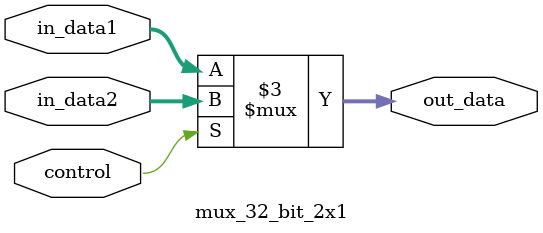
<source format=v>
`timescale 1ns / 1ps
module mux_32_bit_2x1(
		in_data1,
		in_data2,
		control,
		out_data
    );
input control;
input [31:0] in_data1, in_data2;
output reg [31:0] out_data;
always @(*)
begin
	if (control) out_data <= in_data2;
	else out_data <= in_data1;
end

endmodule

</source>
